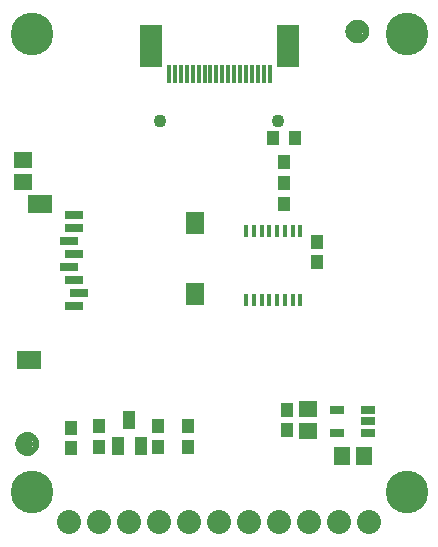
<source format=gbr>
G04 EAGLE Gerber RS-274X export*
G75*
%MOMM*%
%FSLAX34Y34*%
%LPD*%
%INSoldermask Top*%
%IPPOS*%
%AMOC8*
5,1,8,0,0,1.08239X$1,22.5*%
G01*
%ADD10R,2.001600X1.501600*%
%ADD11R,1.501600X1.901600*%
%ADD12R,1.601600X0.801600*%
%ADD13R,1.301600X0.651600*%
%ADD14R,1.341600X1.601600*%
%ADD15R,1.601600X1.341600*%
%ADD16C,1.101600*%
%ADD17C,0.469900*%
%ADD18C,3.617600*%
%ADD19R,1.101600X1.176600*%
%ADD20R,1.101600X1.301600*%
%ADD21R,0.406400X1.092200*%
%ADD22R,1.101600X1.501600*%
%ADD23R,0.351600X1.501600*%
%ADD24R,1.901600X3.601600*%
%ADD25C,2.032000*%


D10*
X6840Y288100D03*
X-2160Y156100D03*
D11*
X137840Y272100D03*
X137840Y212100D03*
D12*
X35840Y279100D03*
X35840Y268100D03*
X31840Y257100D03*
X35840Y246100D03*
X31840Y235100D03*
X35840Y224100D03*
X39840Y213100D03*
X35840Y202100D03*
D13*
X284780Y94640D03*
X284780Y104140D03*
X284780Y113640D03*
X258780Y113640D03*
X258780Y94640D03*
D14*
X281280Y74930D03*
X262280Y74930D03*
D15*
X-7620Y306730D03*
X-7620Y325730D03*
X233680Y95910D03*
X233680Y114910D03*
D16*
X275590Y434340D03*
D17*
X283090Y434340D02*
X283088Y434521D01*
X283081Y434702D01*
X283070Y434883D01*
X283055Y435064D01*
X283035Y435244D01*
X283011Y435424D01*
X282983Y435603D01*
X282950Y435781D01*
X282913Y435958D01*
X282872Y436135D01*
X282827Y436310D01*
X282777Y436485D01*
X282723Y436658D01*
X282665Y436829D01*
X282603Y437000D01*
X282536Y437168D01*
X282466Y437335D01*
X282392Y437501D01*
X282313Y437664D01*
X282231Y437825D01*
X282145Y437985D01*
X282055Y438142D01*
X281961Y438297D01*
X281864Y438450D01*
X281762Y438600D01*
X281658Y438748D01*
X281549Y438894D01*
X281438Y439036D01*
X281322Y439176D01*
X281204Y439313D01*
X281082Y439448D01*
X280957Y439579D01*
X280829Y439707D01*
X280698Y439832D01*
X280563Y439954D01*
X280426Y440072D01*
X280286Y440188D01*
X280144Y440299D01*
X279998Y440408D01*
X279850Y440512D01*
X279700Y440614D01*
X279547Y440711D01*
X279392Y440805D01*
X279235Y440895D01*
X279075Y440981D01*
X278914Y441063D01*
X278751Y441142D01*
X278585Y441216D01*
X278418Y441286D01*
X278250Y441353D01*
X278079Y441415D01*
X277908Y441473D01*
X277735Y441527D01*
X277560Y441577D01*
X277385Y441622D01*
X277208Y441663D01*
X277031Y441700D01*
X276853Y441733D01*
X276674Y441761D01*
X276494Y441785D01*
X276314Y441805D01*
X276133Y441820D01*
X275952Y441831D01*
X275771Y441838D01*
X275590Y441840D01*
X283090Y434340D02*
X283088Y434159D01*
X283081Y433978D01*
X283070Y433797D01*
X283055Y433616D01*
X283035Y433436D01*
X283011Y433256D01*
X282983Y433077D01*
X282950Y432899D01*
X282913Y432722D01*
X282872Y432545D01*
X282827Y432370D01*
X282777Y432195D01*
X282723Y432022D01*
X282665Y431851D01*
X282603Y431680D01*
X282536Y431512D01*
X282466Y431345D01*
X282392Y431179D01*
X282313Y431016D01*
X282231Y430855D01*
X282145Y430695D01*
X282055Y430538D01*
X281961Y430383D01*
X281864Y430230D01*
X281762Y430080D01*
X281658Y429932D01*
X281549Y429786D01*
X281438Y429644D01*
X281322Y429504D01*
X281204Y429367D01*
X281082Y429232D01*
X280957Y429101D01*
X280829Y428973D01*
X280698Y428848D01*
X280563Y428726D01*
X280426Y428608D01*
X280286Y428492D01*
X280144Y428381D01*
X279998Y428272D01*
X279850Y428168D01*
X279700Y428066D01*
X279547Y427969D01*
X279392Y427875D01*
X279235Y427785D01*
X279075Y427699D01*
X278914Y427617D01*
X278751Y427538D01*
X278585Y427464D01*
X278418Y427394D01*
X278250Y427327D01*
X278079Y427265D01*
X277908Y427207D01*
X277735Y427153D01*
X277560Y427103D01*
X277385Y427058D01*
X277208Y427017D01*
X277031Y426980D01*
X276853Y426947D01*
X276674Y426919D01*
X276494Y426895D01*
X276314Y426875D01*
X276133Y426860D01*
X275952Y426849D01*
X275771Y426842D01*
X275590Y426840D01*
X275409Y426842D01*
X275228Y426849D01*
X275047Y426860D01*
X274866Y426875D01*
X274686Y426895D01*
X274506Y426919D01*
X274327Y426947D01*
X274149Y426980D01*
X273972Y427017D01*
X273795Y427058D01*
X273620Y427103D01*
X273445Y427153D01*
X273272Y427207D01*
X273101Y427265D01*
X272930Y427327D01*
X272762Y427394D01*
X272595Y427464D01*
X272429Y427538D01*
X272266Y427617D01*
X272105Y427699D01*
X271945Y427785D01*
X271788Y427875D01*
X271633Y427969D01*
X271480Y428066D01*
X271330Y428168D01*
X271182Y428272D01*
X271036Y428381D01*
X270894Y428492D01*
X270754Y428608D01*
X270617Y428726D01*
X270482Y428848D01*
X270351Y428973D01*
X270223Y429101D01*
X270098Y429232D01*
X269976Y429367D01*
X269858Y429504D01*
X269742Y429644D01*
X269631Y429786D01*
X269522Y429932D01*
X269418Y430080D01*
X269316Y430230D01*
X269219Y430383D01*
X269125Y430538D01*
X269035Y430695D01*
X268949Y430855D01*
X268867Y431016D01*
X268788Y431179D01*
X268714Y431345D01*
X268644Y431512D01*
X268577Y431680D01*
X268515Y431851D01*
X268457Y432022D01*
X268403Y432195D01*
X268353Y432370D01*
X268308Y432545D01*
X268267Y432722D01*
X268230Y432899D01*
X268197Y433077D01*
X268169Y433256D01*
X268145Y433436D01*
X268125Y433616D01*
X268110Y433797D01*
X268099Y433978D01*
X268092Y434159D01*
X268090Y434340D01*
X268092Y434521D01*
X268099Y434702D01*
X268110Y434883D01*
X268125Y435064D01*
X268145Y435244D01*
X268169Y435424D01*
X268197Y435603D01*
X268230Y435781D01*
X268267Y435958D01*
X268308Y436135D01*
X268353Y436310D01*
X268403Y436485D01*
X268457Y436658D01*
X268515Y436829D01*
X268577Y437000D01*
X268644Y437168D01*
X268714Y437335D01*
X268788Y437501D01*
X268867Y437664D01*
X268949Y437825D01*
X269035Y437985D01*
X269125Y438142D01*
X269219Y438297D01*
X269316Y438450D01*
X269418Y438600D01*
X269522Y438748D01*
X269631Y438894D01*
X269742Y439036D01*
X269858Y439176D01*
X269976Y439313D01*
X270098Y439448D01*
X270223Y439579D01*
X270351Y439707D01*
X270482Y439832D01*
X270617Y439954D01*
X270754Y440072D01*
X270894Y440188D01*
X271036Y440299D01*
X271182Y440408D01*
X271330Y440512D01*
X271480Y440614D01*
X271633Y440711D01*
X271788Y440805D01*
X271945Y440895D01*
X272105Y440981D01*
X272266Y441063D01*
X272429Y441142D01*
X272595Y441216D01*
X272762Y441286D01*
X272930Y441353D01*
X273101Y441415D01*
X273272Y441473D01*
X273445Y441527D01*
X273620Y441577D01*
X273795Y441622D01*
X273972Y441663D01*
X274149Y441700D01*
X274327Y441733D01*
X274506Y441761D01*
X274686Y441785D01*
X274866Y441805D01*
X275047Y441820D01*
X275228Y441831D01*
X275409Y441838D01*
X275590Y441840D01*
D16*
X-3810Y85090D03*
D17*
X-3810Y92590D02*
X-3991Y92588D01*
X-4172Y92581D01*
X-4353Y92570D01*
X-4534Y92555D01*
X-4714Y92535D01*
X-4894Y92511D01*
X-5073Y92483D01*
X-5251Y92450D01*
X-5428Y92413D01*
X-5605Y92372D01*
X-5780Y92327D01*
X-5955Y92277D01*
X-6128Y92223D01*
X-6299Y92165D01*
X-6470Y92103D01*
X-6638Y92036D01*
X-6805Y91966D01*
X-6971Y91892D01*
X-7134Y91813D01*
X-7295Y91731D01*
X-7455Y91645D01*
X-7612Y91555D01*
X-7767Y91461D01*
X-7920Y91364D01*
X-8070Y91262D01*
X-8218Y91158D01*
X-8364Y91049D01*
X-8506Y90938D01*
X-8646Y90822D01*
X-8783Y90704D01*
X-8918Y90582D01*
X-9049Y90457D01*
X-9177Y90329D01*
X-9302Y90198D01*
X-9424Y90063D01*
X-9542Y89926D01*
X-9658Y89786D01*
X-9769Y89644D01*
X-9878Y89498D01*
X-9982Y89350D01*
X-10084Y89200D01*
X-10181Y89047D01*
X-10275Y88892D01*
X-10365Y88735D01*
X-10451Y88575D01*
X-10533Y88414D01*
X-10612Y88251D01*
X-10686Y88085D01*
X-10756Y87918D01*
X-10823Y87750D01*
X-10885Y87579D01*
X-10943Y87408D01*
X-10997Y87235D01*
X-11047Y87060D01*
X-11092Y86885D01*
X-11133Y86708D01*
X-11170Y86531D01*
X-11203Y86353D01*
X-11231Y86174D01*
X-11255Y85994D01*
X-11275Y85814D01*
X-11290Y85633D01*
X-11301Y85452D01*
X-11308Y85271D01*
X-11310Y85090D01*
X-3810Y92590D02*
X-3629Y92588D01*
X-3448Y92581D01*
X-3267Y92570D01*
X-3086Y92555D01*
X-2906Y92535D01*
X-2726Y92511D01*
X-2547Y92483D01*
X-2369Y92450D01*
X-2192Y92413D01*
X-2015Y92372D01*
X-1840Y92327D01*
X-1665Y92277D01*
X-1492Y92223D01*
X-1321Y92165D01*
X-1150Y92103D01*
X-982Y92036D01*
X-815Y91966D01*
X-649Y91892D01*
X-486Y91813D01*
X-325Y91731D01*
X-165Y91645D01*
X-8Y91555D01*
X147Y91461D01*
X300Y91364D01*
X450Y91262D01*
X598Y91158D01*
X744Y91049D01*
X886Y90938D01*
X1026Y90822D01*
X1163Y90704D01*
X1298Y90582D01*
X1429Y90457D01*
X1557Y90329D01*
X1682Y90198D01*
X1804Y90063D01*
X1922Y89926D01*
X2038Y89786D01*
X2149Y89644D01*
X2258Y89498D01*
X2362Y89350D01*
X2464Y89200D01*
X2561Y89047D01*
X2655Y88892D01*
X2745Y88735D01*
X2831Y88575D01*
X2913Y88414D01*
X2992Y88251D01*
X3066Y88085D01*
X3136Y87918D01*
X3203Y87750D01*
X3265Y87579D01*
X3323Y87408D01*
X3377Y87235D01*
X3427Y87060D01*
X3472Y86885D01*
X3513Y86708D01*
X3550Y86531D01*
X3583Y86353D01*
X3611Y86174D01*
X3635Y85994D01*
X3655Y85814D01*
X3670Y85633D01*
X3681Y85452D01*
X3688Y85271D01*
X3690Y85090D01*
X3688Y84909D01*
X3681Y84728D01*
X3670Y84547D01*
X3655Y84366D01*
X3635Y84186D01*
X3611Y84006D01*
X3583Y83827D01*
X3550Y83649D01*
X3513Y83472D01*
X3472Y83295D01*
X3427Y83120D01*
X3377Y82945D01*
X3323Y82772D01*
X3265Y82601D01*
X3203Y82430D01*
X3136Y82262D01*
X3066Y82095D01*
X2992Y81929D01*
X2913Y81766D01*
X2831Y81605D01*
X2745Y81445D01*
X2655Y81288D01*
X2561Y81133D01*
X2464Y80980D01*
X2362Y80830D01*
X2258Y80682D01*
X2149Y80536D01*
X2038Y80394D01*
X1922Y80254D01*
X1804Y80117D01*
X1682Y79982D01*
X1557Y79851D01*
X1429Y79723D01*
X1298Y79598D01*
X1163Y79476D01*
X1026Y79358D01*
X886Y79242D01*
X744Y79131D01*
X598Y79022D01*
X450Y78918D01*
X300Y78816D01*
X147Y78719D01*
X-8Y78625D01*
X-165Y78535D01*
X-325Y78449D01*
X-486Y78367D01*
X-649Y78288D01*
X-815Y78214D01*
X-982Y78144D01*
X-1150Y78077D01*
X-1321Y78015D01*
X-1492Y77957D01*
X-1665Y77903D01*
X-1840Y77853D01*
X-2015Y77808D01*
X-2192Y77767D01*
X-2369Y77730D01*
X-2547Y77697D01*
X-2726Y77669D01*
X-2906Y77645D01*
X-3086Y77625D01*
X-3267Y77610D01*
X-3448Y77599D01*
X-3629Y77592D01*
X-3810Y77590D01*
X-3991Y77592D01*
X-4172Y77599D01*
X-4353Y77610D01*
X-4534Y77625D01*
X-4714Y77645D01*
X-4894Y77669D01*
X-5073Y77697D01*
X-5251Y77730D01*
X-5428Y77767D01*
X-5605Y77808D01*
X-5780Y77853D01*
X-5955Y77903D01*
X-6128Y77957D01*
X-6299Y78015D01*
X-6470Y78077D01*
X-6638Y78144D01*
X-6805Y78214D01*
X-6971Y78288D01*
X-7134Y78367D01*
X-7295Y78449D01*
X-7455Y78535D01*
X-7612Y78625D01*
X-7767Y78719D01*
X-7920Y78816D01*
X-8070Y78918D01*
X-8218Y79022D01*
X-8364Y79131D01*
X-8506Y79242D01*
X-8646Y79358D01*
X-8783Y79476D01*
X-8918Y79598D01*
X-9049Y79723D01*
X-9177Y79851D01*
X-9302Y79982D01*
X-9424Y80117D01*
X-9542Y80254D01*
X-9658Y80394D01*
X-9769Y80536D01*
X-9878Y80682D01*
X-9982Y80830D01*
X-10084Y80980D01*
X-10181Y81133D01*
X-10275Y81288D01*
X-10365Y81445D01*
X-10451Y81605D01*
X-10533Y81766D01*
X-10612Y81929D01*
X-10686Y82095D01*
X-10756Y82262D01*
X-10823Y82430D01*
X-10885Y82601D01*
X-10943Y82772D01*
X-10997Y82945D01*
X-11047Y83120D01*
X-11092Y83295D01*
X-11133Y83472D01*
X-11170Y83649D01*
X-11203Y83827D01*
X-11231Y84006D01*
X-11255Y84186D01*
X-11275Y84366D01*
X-11290Y84547D01*
X-11301Y84728D01*
X-11308Y84909D01*
X-11310Y85090D01*
D18*
X317500Y431800D03*
X0Y431800D03*
X317500Y44450D03*
X0Y44450D03*
D19*
X33020Y81670D03*
X33020Y98670D03*
D20*
X213360Y324010D03*
X203860Y344010D03*
X222860Y344010D03*
D19*
X132080Y82940D03*
X132080Y99940D03*
X57150Y82940D03*
X57150Y99940D03*
X106680Y82940D03*
X106680Y99940D03*
X213360Y305680D03*
X213360Y288680D03*
X241300Y256150D03*
X241300Y239150D03*
X215900Y96910D03*
X215900Y113910D03*
D21*
X227220Y265398D03*
X220720Y265398D03*
X214220Y265398D03*
X207720Y265398D03*
X201220Y265398D03*
X194720Y265398D03*
X188220Y265398D03*
X181720Y265398D03*
X181720Y207042D03*
X188220Y207042D03*
X194720Y207042D03*
X201220Y207042D03*
X207720Y207042D03*
X214220Y207042D03*
X220720Y207042D03*
X227220Y207042D03*
D22*
X82550Y104980D03*
X92050Y82980D03*
X73050Y82980D03*
D16*
X108750Y358600D03*
X208750Y358600D03*
D23*
X116250Y398670D03*
X121250Y398670D03*
X126250Y398670D03*
X131250Y398670D03*
X136250Y398670D03*
X141250Y398670D03*
X146250Y398670D03*
X151250Y398670D03*
X156250Y398670D03*
X161250Y398670D03*
X166250Y398670D03*
X171250Y398670D03*
X176250Y398670D03*
X181250Y398670D03*
X186250Y398670D03*
X191250Y398670D03*
X196250Y398670D03*
X201250Y398670D03*
D24*
X216750Y421730D03*
X100750Y421730D03*
D25*
X285750Y19050D03*
X260350Y19050D03*
X234950Y19050D03*
X209550Y19050D03*
X184150Y19050D03*
X158750Y19050D03*
X133350Y19050D03*
X107950Y19050D03*
X82550Y19050D03*
X57150Y19050D03*
X31750Y19050D03*
M02*

</source>
